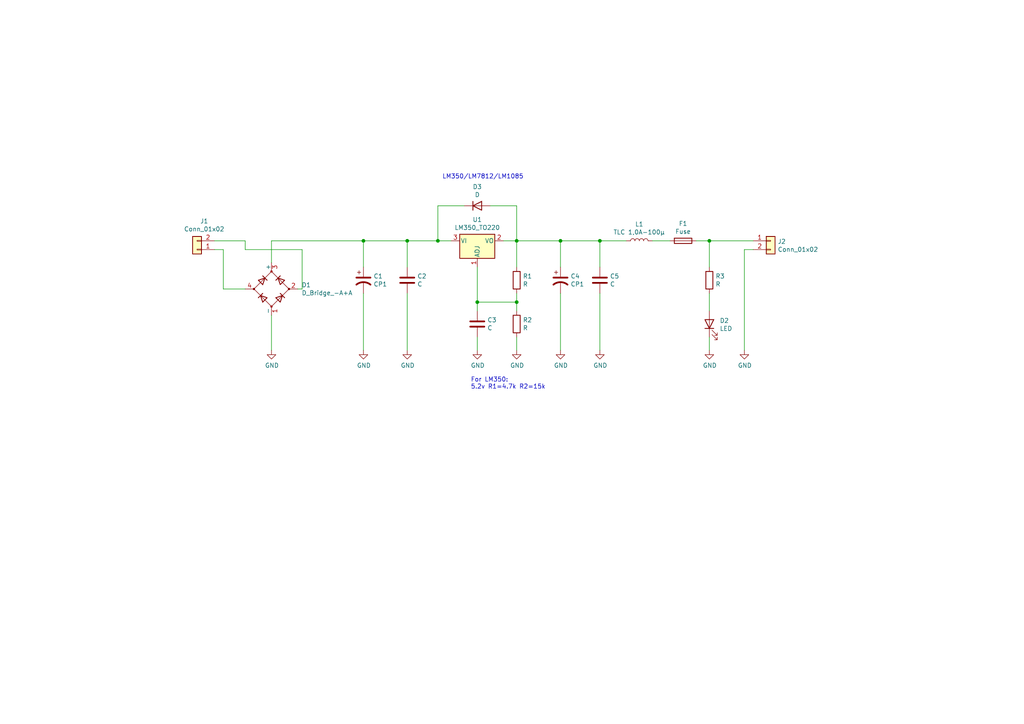
<source format=kicad_sch>
(kicad_sch (version 20230121) (generator eeschema)
  (paper "A4")
  (lib_symbols
    (symbol "Connector_Generic:Conn_01x02" (pin_names (offset 1.016) hide)
      (property "Reference" "J" (at 0 2.54 0))
      (property "Value" "Conn_01x02" (at 0 -5.08 0))
      (symbol "Conn_01x02_1_1"
        (rectangle (start -1.27 -2.413) (end 0 -2.667) (stroke (width 0.1524)))
        (rectangle (start -1.27 0.127) (end 0 -0.127) (stroke (width 0.1524)))
        (rectangle (start -1.27 1.27) (end 1.27 -3.81) (stroke (width 0.254)) (fill (type background)))
        (pin passive line (at -5.08 0 0) (length 3.81) (name "Pin_1") (number "1"))
        (pin passive line (at -5.08 -2.54 0) (length 3.81) (name "Pin_2") (number "2"))
      )
    )
    (symbol "Device:C" (pin_numbers hide) (pin_names (offset 0.254))
      (property "Reference" "C" (at 0.635 2.54 0))
      (property "Value" "C" (at 0.635 -2.54 0))
      (symbol "C_0_1"
        (polyline (pts (xy -2.032 -0.762) (xy 2.032 -0.762)) (stroke (width 0.508)))
        (polyline (pts (xy -2.032 0.762) (xy 2.032 0.762)) (stroke (width 0.508)))
      )
      (symbol "C_1_1"
        (pin passive line (at 0 3.81 270) (length 2.794) (name "~") (number "1"))
        (pin passive line (at 0 -3.81 90) (length 2.794) (name "~") (number "2"))
      )
    )
    (symbol "Device:D" (pin_numbers hide) (pin_names (offset 1.016) hide)
      (property "Reference" "D" (at 0 2.54 0))
      (property "Value" "D" (at 0 -2.54 0))
      (symbol "D_0_1"
        (polyline (pts (xy -1.27 1.27) (xy -1.27 -1.27)) (stroke (width 0.254)))
        (polyline (pts (xy 1.27 0) (xy -1.27 0)))
        (polyline (pts (xy 1.27 1.27) (xy 1.27 -1.27) (xy -1.27 0) (xy 1.27 1.27)) (stroke (width 0.254)))
      )
      (symbol "D_1_1"
        (pin passive line (at -3.81 0 0) (length 2.54) (name "K") (number "1"))
        (pin passive line (at 3.81 0 180) (length 2.54) (name "A") (number "2"))
      )
    )
    (symbol "Device:D_Bridge_-A+A" (pin_names (offset 0))
      (property "Reference" "D" (at 2.54 6.985 0))
      (property "Value" "D_Bridge_-A+A" (at 2.54 5.08 0))
      (symbol "D_Bridge_-A+A_0_1"
        (circle (center -5.08 0) (radius 0.254) (fill (type outline)))
        (circle (center 0 -5.08) (radius 0.254) (fill (type outline)))
        (polyline (pts (xy -2.54 3.81) (xy -1.27 2.54)) (stroke (width 0.254)))
        (polyline (pts (xy -1.27 -2.54) (xy -2.54 -3.81)) (stroke (width 0.254)))
        (polyline (pts (xy 2.54 -1.27) (xy 3.81 -2.54)) (stroke (width 0.254)))
        (polyline (pts (xy 2.54 1.27) (xy 3.81 2.54)) (stroke (width 0.254)))
        (polyline (pts (xy -3.81 2.54) (xy -2.54 1.27) (xy -1.905 3.175) (xy -3.81 2.54)) (stroke (width 0.254)))
        (polyline (pts (xy -2.54 -1.27) (xy -3.81 -2.54) (xy -1.905 -3.175) (xy -2.54 -1.27)) (stroke (width 0.254)))
        (polyline (pts (xy 1.27 2.54) (xy 2.54 3.81) (xy 3.175 1.905) (xy 1.27 2.54)) (stroke (width 0.254)))
        (polyline (pts (xy 3.175 -1.905) (xy 1.27 -2.54) (xy 2.54 -3.81) (xy 3.175 -1.905)) (stroke (width 0.254)))
        (polyline (pts (xy -5.08 0) (xy 0 -5.08) (xy 5.08 0) (xy 0 5.08) (xy -5.08 0)))
        (circle (center 0 5.08) (radius 0.254) (fill (type outline)))
        (circle (center 5.08 0) (radius 0.254) (fill (type outline)))
      )
      (symbol "D_Bridge_-A+A_1_1"
        (pin passive line (at -7.62 0 0) (length 2.54) (name "-") (number "1"))
        (pin passive line (at 0 -7.62 90) (length 2.54) (name "~") (number "2"))
        (pin passive line (at 7.62 0 180) (length 2.54) (name "+") (number "3"))
        (pin passive line (at 0 7.62 270) (length 2.54) (name "~") (number "4"))
      )
    )
    (symbol "Device:Fuse" (pin_numbers hide) (pin_names (offset 0))
      (property "Reference" "F" (at 2.032 0 90))
      (property "Value" "Fuse" (at -1.905 0 90))
      (symbol "Fuse_0_1"
        (rectangle (start -0.762 -2.54) (end 0.762 2.54) (stroke (width 0.254)))
        (polyline (pts (xy 0 2.54) (xy 0 -2.54)))
      )
      (symbol "Fuse_1_1"
        (pin passive line (at 0 3.81 270) (length 1.27) (name "~") (number "1"))
        (pin passive line (at 0 -3.81 90) (length 1.27) (name "~") (number "2"))
      )
    )
    (symbol "Device:L" (pin_numbers hide) (pin_names (offset 1.016) hide)
      (property "Reference" "L" (at -1.27 0 90))
      (property "Value" "L" (at 1.905 0 90))
      (symbol "L_0_1"
        (arc (start 0 -2.54) (mid 0.6323 -1.905) (end 0 -1.27))
        (arc (start 0 -1.27) (mid 0.6323 -0.635) (end 0 0))
        (arc (start 0 0) (mid 0.6323 0.635) (end 0 1.27))
        (arc (start 0 1.27) (mid 0.6323 1.905) (end 0 2.54))
      )
      (symbol "L_1_1"
        (pin passive line (at 0 3.81 270) (length 1.27) (name "1") (number "1"))
        (pin passive line (at 0 -3.81 90) (length 1.27) (name "2") (number "2"))
      )
    )
    (symbol "Device:LED" (pin_numbers hide) (pin_names (offset 1.016) hide)
      (property "Reference" "D" (at 0 2.54 0))
      (property "Value" "LED" (at 0 -2.54 0))
      (symbol "LED_0_1"
        (polyline (pts (xy -1.27 -1.27) (xy -1.27 1.27)) (stroke (width 0.254)))
        (polyline (pts (xy -1.27 0) (xy 1.27 0)))
        (polyline (pts (xy 1.27 -1.27) (xy 1.27 1.27) (xy -1.27 0) (xy 1.27 -1.27)) (stroke (width 0.254)))
        (polyline (pts (xy -3.048 -0.762) (xy -4.572 -2.286) (xy -3.81 -2.286) (xy -4.572 -2.286) (xy -4.572 -1.524)))
        (polyline (pts (xy -1.778 -0.762) (xy -3.302 -2.286) (xy -2.54 -2.286) (xy -3.302 -2.286) (xy -3.302 -1.524)))
      )
      (symbol "LED_1_1"
        (pin passive line (at -3.81 0 0) (length 2.54) (name "K") (number "1"))
        (pin passive line (at 3.81 0 180) (length 2.54) (name "A") (number "2"))
      )
    )
    (symbol "Device:R" (pin_numbers hide) (pin_names (offset 0))
      (property "Reference" "R" (at 2.032 0 90))
      (property "Value" "R" (at 0 0 90))
      (symbol "R_0_1"
        (rectangle (start -1.016 -2.54) (end 1.016 2.54) (stroke (width 0.254)))
      )
      (symbol "R_1_1"
        (pin passive line (at 0 3.81 270) (length 1.27) (name "~") (number "1"))
        (pin passive line (at 0 -3.81 90) (length 1.27) (name "~") (number "2"))
      )
    )
    (symbol "Regulator_Linear:LM350_TO220" (pin_names (offset 0.254))
      (property "Reference" "U" (at -3.81 3.175 0))
      (property "Value" "LM350_TO220" (at 0 3.175 0))
      (symbol "LM350_TO220_0_1"
        (rectangle (start -5.08 1.905) (end 5.08 -5.08) (stroke (width 0.254)) (fill (type background)))
      )
      (symbol "LM350_TO220_1_1"
        (pin input line (at 0 -7.62 90) (length 2.54) (name "ADJ") (number "1"))
        (pin power_out line (at 7.62 0 180) (length 2.54) (name "VO") (number "2"))
        (pin power_in line (at -7.62 0 0) (length 2.54) (name "VI") (number "3"))
      )
    )
    (symbol "power:GND" (power) (pin_names (offset 0))
      (property "Value" "GND" (at 0 -3.81 0))
      (symbol "GND_0_1"
        (polyline (pts (xy 0 0) (xy 0 -1.27) (xy 1.27 -1.27) (xy 0 -2.54) (xy -1.27 -1.27) (xy 0 -1.27)))
      )
      (symbol "GND_1_1"
        (pin power_in line (at 0 0 270) (length 0) hide (name "GND") (number "1"))
      )
    )
    (symbol "powersupply-rescue:CP1-Device" (pin_numbers hide) (pin_names (offset 0.254) hide)
      (property "Reference" "C" (at 0.635 2.54 0))
      (property "Value" "CP1-Device" (at 0.635 -2.54 0))
      (symbol "CP1-Device_0_1"
        (polyline (pts (xy -2.032 0.762) (xy 2.032 0.762)) (stroke (width 0.508)))
        (polyline (pts (xy -1.778 2.286) (xy -0.762 2.286)))
        (polyline (pts (xy -1.27 1.778) (xy -1.27 2.794)))
        (arc (start 2.032 -1.27) (mid 0 -0.5572) (end -2.032 -1.27) (stroke (width 0.508)))
      )
      (symbol "CP1-Device_1_1"
        (pin passive line (at 0 3.81 270) (length 2.794) (name "~") (number "1"))
        (pin passive line (at 0 -3.81 90) (length 3.302) (name "~") (number "2"))
      )
    )
  )
  (junction (at 105.41 69.85))
  (junction (at 138.43 87.63))
  (junction (at 149.86 87.63))
  (junction (at 149.86 69.85))
  (junction (at 127 69.85))
  (junction (at 162.56 69.85))
  (junction (at 173.99 69.85))
  (junction (at 118.11 69.85))
  (junction (at 205.74 69.85))
  (wire (pts (xy 127 59.69) (xy 127 69.85)))
  (wire (pts (xy 64.77 83.82) (xy 71.12 83.82)))
  (wire (pts (xy 149.86 77.47) (xy 149.86 69.85)))
  (wire (pts (xy 205.74 97.79) (xy 205.74 101.6)))
  (wire (pts (xy 173.99 77.47) (xy 173.99 69.85)))
  (wire (pts (xy 78.74 91.44) (xy 78.74 101.6)))
  (wire (pts (xy 149.86 87.63) (xy 149.86 90.17)))
  (wire (pts (xy 162.56 85.09) (xy 162.56 101.6)))
  (wire (pts (xy 162.56 69.85) (xy 173.99 69.85)))
  (wire (pts (xy 62.23 69.85) (xy 71.12 69.85)))
  (wire (pts (xy 62.23 72.39) (xy 64.77 72.39)))
  (wire (pts (xy 173.99 85.09) (xy 173.99 101.6)))
  (wire (pts (xy 138.43 97.79) (xy 138.43 101.6)))
  (wire (pts (xy 87.63 83.82) (xy 87.63 72.39)))
  (wire (pts (xy 205.74 85.09) (xy 205.74 90.17)))
  (wire (pts (xy 189.23 69.85) (xy 194.31 69.85)))
  (wire (pts (xy 64.77 72.39) (xy 64.77 83.82)))
  (wire (pts (xy 218.44 72.39) (xy 215.9 72.39)))
  (wire (pts (xy 149.86 97.79) (xy 149.86 101.6)))
  (wire (pts (xy 118.11 69.85) (xy 127 69.85)))
  (wire (pts (xy 105.41 69.85) (xy 118.11 69.85)))
  (wire (pts (xy 173.99 69.85) (xy 181.61 69.85)))
  (wire (pts (xy 78.74 76.2) (xy 78.74 69.85)))
  (wire (pts (xy 205.74 69.85) (xy 205.74 77.47)))
  (wire (pts (xy 149.86 59.69) (xy 142.24 59.69)))
  (wire (pts (xy 118.11 85.09) (xy 118.11 101.6)))
  (wire (pts (xy 162.56 77.47) (xy 162.56 69.85)))
  (wire (pts (xy 118.11 77.47) (xy 118.11 69.85)))
  (wire (pts (xy 201.93 69.85) (xy 205.74 69.85)))
  (wire (pts (xy 127 69.85) (xy 130.81 69.85)))
  (wire (pts (xy 138.43 77.47) (xy 138.43 87.63)))
  (wire (pts (xy 105.41 77.47) (xy 105.41 69.85)))
  (wire (pts (xy 215.9 72.39) (xy 215.9 101.6)))
  (wire (pts (xy 78.74 69.85) (xy 105.41 69.85)))
  (wire (pts (xy 146.05 69.85) (xy 149.86 69.85)))
  (wire (pts (xy 134.62 59.69) (xy 127 59.69)))
  (wire (pts (xy 86.36 83.82) (xy 87.63 83.82)))
  (wire (pts (xy 205.74 69.85) (xy 218.44 69.85)))
  (wire (pts (xy 71.12 69.85) (xy 71.12 72.39)))
  (wire (pts (xy 138.43 87.63) (xy 149.86 87.63)))
  (wire (pts (xy 149.86 85.09) (xy 149.86 87.63)))
  (wire (pts (xy 71.12 72.39) (xy 87.63 72.39)))
  (wire (pts (xy 105.41 85.09) (xy 105.41 101.6)))
  (wire (pts (xy 149.86 69.85) (xy 162.56 69.85)))
  (wire (pts (xy 138.43 87.63) (xy 138.43 90.17)))
  (wire (pts (xy 149.86 69.85) (xy 149.86 59.69)))
  (text "LM350/LM7812/LM1085" (at 128.27 52.07 0) (effects (font (size 1.27 1.27)) (justify left bottom)))
  (text "For LM350:\n5.2v R1=4.7k R2=15k" (at 136.525 113.03 0) (effects (font (size 1.27 1.27)) (justify left bottom)))
  (symbol (lib_id "Regulator_Linear:LM350_TO220") (at 138.43 69.85 0) (unit 1)
    (property "Reference" "U1" (at 138.43 63.7032 0))
    (property "Value" "LM350_TO220" (at 138.43 66.0146 0))
    (property "Footprint" "Package_TO_SOT_THT:TO-220-3_Vertical" (effects hide))
    (property "Datasheet" "https://www.onsemi.com/pub/Collateral/LM350-D.pdf" (effects hide))
  )
  (symbol (lib_id "Device:D_Bridge_-A+A") (at 78.74 83.82 90) (unit 1)
    (property "Reference" "D1" (at 87.4776 82.6516 90) (effects (justify right)))
    (property "Value" "D_Bridge_-A+A" (at 87.4776 84.963 90) (effects (justify right)))
    (property "Footprint" "Diode_THT:Diode_Bridge_19.0x3.5x10.0mm_P5.0mm" (effects hide))
  )
  (symbol (lib_id "powersupply-rescue:CP1-Device") (at 105.41 81.28 0) (unit 1)
    (property "Reference" "C1" (at 108.331 80.1116 0) (effects (justify left)))
    (property "Value" "CP1" (at 108.331 82.423 0) (effects (justify left)))
    (property "Footprint" "Capacitor_THT:CP_Radial_D18.0mm_P7.50mm" (effects hide))
  )
  (symbol (lib_id "Device:C") (at 118.11 81.28 0) (unit 1)
    (property "Reference" "C2" (at 121.031 80.1116 0) (effects (justify left)))
    (property "Value" "C" (at 121.031 82.423 0) (effects (justify left)))
    (property "Footprint" "Capacitor_THT:C_Disc_D5.0mm_W2.5mm_P5.00mm" (effects hide))
  )
  (symbol (lib_id "Device:R") (at 149.86 81.28 0) (unit 1)
    (property "Reference" "R1" (at 151.638 80.1116 0) (effects (justify left)))
    (property "Value" "R" (at 151.638 82.423 0) (effects (justify left)))
    (property "Footprint" "Resistor_THT:R_Axial_DIN0207_L6.3mm_D2.5mm_P7.62mm_Horizontal" (effects hide))
  )
  (symbol (lib_id "Device:R") (at 149.86 93.98 0) (unit 1)
    (property "Reference" "R2" (at 151.638 92.8116 0) (effects (justify left)))
    (property "Value" "R" (at 151.638 95.123 0) (effects (justify left)))
    (property "Footprint" "Resistor_THT:R_Axial_DIN0207_L6.3mm_D2.5mm_P7.62mm_Horizontal" (effects hide))
  )
  (symbol (lib_id "Device:C") (at 138.43 93.98 0) (unit 1)
    (property "Reference" "C3" (at 141.351 92.8116 0) (effects (justify left)))
    (property "Value" "C" (at 141.351 95.123 0) (effects (justify left)))
    (property "Footprint" "Capacitor_THT:C_Disc_D5.0mm_W2.5mm_P5.00mm" (effects hide))
  )
  (symbol (lib_id "Device:Fuse") (at 198.12 69.85 270) (unit 1)
    (property "Reference" "F1" (at 198.12 64.8462 90))
    (property "Value" "Fuse" (at 198.12 67.1576 90))
    (property "Footprint" "misc:fuse22.5" (effects hide))
  )
  (symbol (lib_id "Device:L") (at 185.42 69.85 90) (unit 1)
    (property "Reference" "L1" (at 185.42 65.024 90))
    (property "Value" "TLC 1,0A-100µ" (at 185.42 67.3354 90))
    (property "Footprint" "Inductor_THT:L_Toroid_Vertical_L19.1mm_W8.1mm_P7.10mm_Bourns_5700" (effects hide))
  )
  (symbol (lib_id "Device:LED") (at 205.74 93.98 90) (unit 1)
    (property "Reference" "D2" (at 208.7372 92.9894 90) (effects (justify right)))
    (property "Value" "LED" (at 208.7372 95.3008 90) (effects (justify right)))
    (property "Footprint" "LED_THT:LED_D5.0mm" (effects hide))
  )
  (symbol (lib_id "Device:R") (at 205.74 81.28 0) (unit 1)
    (property "Reference" "R3" (at 207.518 80.1116 0) (effects (justify left)))
    (property "Value" "R" (at 207.518 82.423 0) (effects (justify left)))
    (property "Footprint" "Resistor_THT:R_Axial_DIN0207_L6.3mm_D2.5mm_P7.62mm_Horizontal" (effects hide))
  )
  (symbol (lib_id "Device:D") (at 138.43 59.69 0) (unit 1)
    (property "Reference" "D3" (at 138.43 54.1782 0))
    (property "Value" "D" (at 138.43 56.4896 0))
    (property "Footprint" "Diode_THT:D_A-405_P10.16mm_Horizontal" (effects hide))
  )
  (symbol (lib_id "powersupply-rescue:CP1-Device") (at 162.56 81.28 0) (unit 1)
    (property "Reference" "C4" (at 165.481 80.1116 0) (effects (justify left)))
    (property "Value" "CP1" (at 165.481 82.423 0) (effects (justify left)))
    (property "Footprint" "Capacitor_THT:CP_Radial_D18.0mm_P7.50mm" (effects hide))
  )
  (symbol (lib_id "Device:C") (at 173.99 81.28 0) (unit 1)
    (property "Reference" "C5" (at 176.911 80.1116 0) (effects (justify left)))
    (property "Value" "C" (at 176.911 82.423 0) (effects (justify left)))
    (property "Footprint" "Capacitor_THT:C_Disc_D5.0mm_W2.5mm_P5.00mm" (effects hide))
  )
  (symbol (lib_id "Connector_Generic:Conn_01x02") (at 57.15 72.39 180) (unit 1)
    (property "Reference" "J1" (at 59.2328 64.135 0))
    (property "Value" "Conn_01x02" (at 59.2328 66.4464 0))
    (property "Footprint" "TerminalBlock:TerminalBlock_bornier-2_P5.08mm" (effects hide))
  )
  (symbol (lib_id "Connector_Generic:Conn_01x02") (at 223.52 69.85 0) (unit 1)
    (property "Reference" "J2" (at 225.552 70.0532 0) (effects (justify left)))
    (property "Value" "Conn_01x02" (at 225.552 72.3646 0) (effects (justify left)))
    (property "Footprint" "TerminalBlock:TerminalBlock_bornier-2_P5.08mm" (effects hide))
  )
  (symbol (lib_id "power:GND") (at 78.74 101.6 0) (unit 1)
    (property "Reference" "#PWR01" (effects hide))
    (property "Value" "GND" (at 78.867 105.9942 0))
  )
  (symbol (lib_id "power:GND") (at 105.41 101.6 0) (unit 1)
    (property "Reference" "#PWR02" (effects hide))
    (property "Value" "GND" (at 105.537 105.9942 0))
  )
  (symbol (lib_id "power:GND") (at 118.11 101.6 0) (unit 1)
    (property "Reference" "#PWR03" (effects hide))
    (property "Value" "GND" (at 118.237 105.9942 0))
  )
  (symbol (lib_id "power:GND") (at 138.43 101.6 0) (unit 1)
    (property "Reference" "#PWR04" (effects hide))
    (property "Value" "GND" (at 138.557 105.9942 0))
  )
  (symbol (lib_id "power:GND") (at 149.86 101.6 0) (unit 1)
    (property "Reference" "#PWR05" (effects hide))
    (property "Value" "GND" (at 149.987 105.9942 0))
  )
  (symbol (lib_id "power:GND") (at 162.56 101.6 0) (unit 1)
    (property "Reference" "#PWR06" (effects hide))
    (property "Value" "GND" (at 162.687 105.9942 0))
  )
  (symbol (lib_id "power:GND") (at 173.99 101.6 0) (unit 1)
    (property "Reference" "#PWR07" (effects hide))
    (property "Value" "GND" (at 174.117 105.9942 0))
  )
  (symbol (lib_id "power:GND") (at 205.74 101.6 0) (unit 1)
    (property "Reference" "#PWR08" (effects hide))
    (property "Value" "GND" (at 205.867 105.9942 0))
  )
  (symbol (lib_id "power:GND") (at 215.9 101.6 0) (unit 1)
    (property "Reference" "#PWR09" (effects hide))
    (property "Value" "GND" (at 216.027 105.9942 0))
  )
)
</source>
